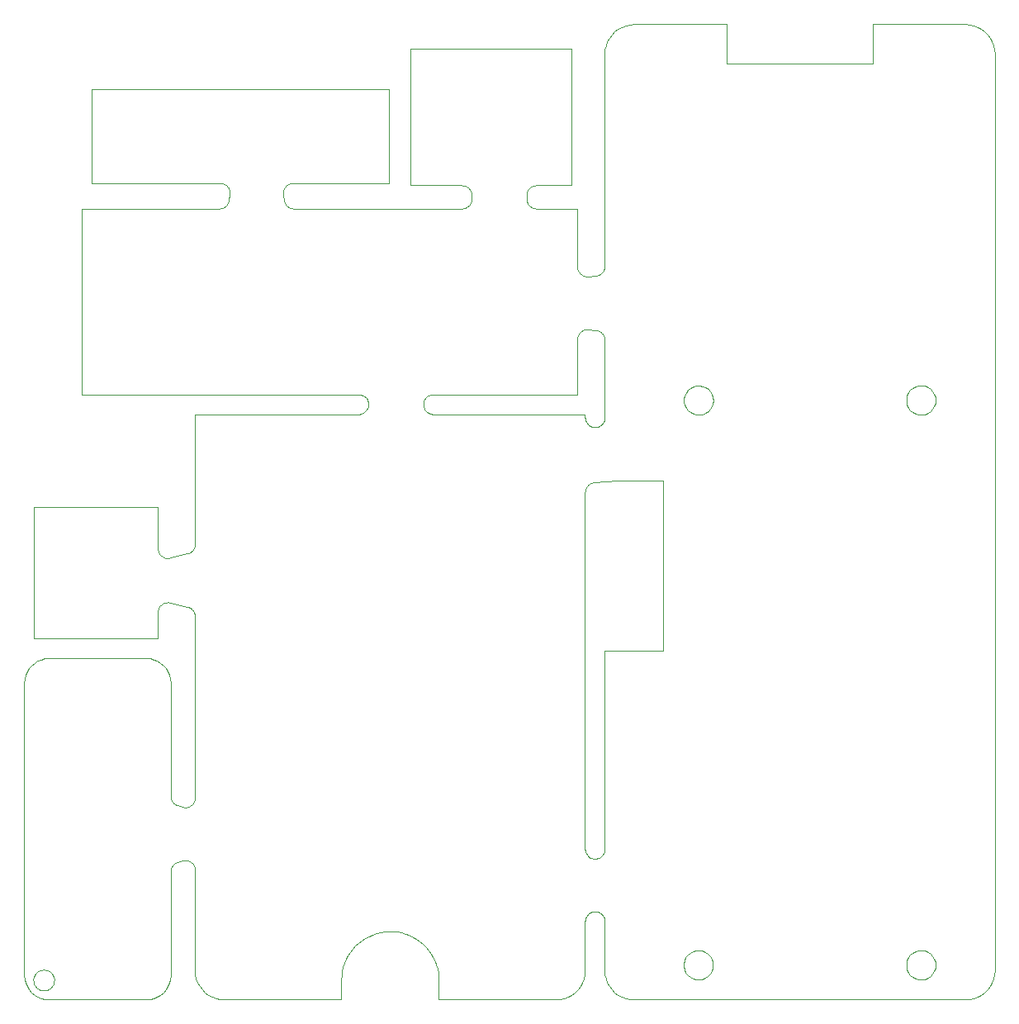
<source format=gko>
%MOIN*%
%OFA0B0*%
%FSLAX44Y44*%
%IPPOS*%
%LPD*%
%ADD10C,0*%
D10*
X00001204Y00000810D02*
X00001204Y00000810D01*
X00001199Y00000719D01*
X00001175Y00000632D01*
X00001133Y00000553D01*
X00001074Y00000484D01*
X00001002Y00000429D01*
X00000920Y00000391D01*
X00000832Y00000372D01*
X00000742Y00000372D01*
X00000654Y00000391D01*
X00000572Y00000429D01*
X00000500Y00000484D01*
X00000441Y00000553D01*
X00000399Y00000632D01*
X00000375Y00000719D01*
X00000370Y00000810D01*
X00000385Y00000899D01*
X00000418Y00000982D01*
X00000469Y00001057D01*
X00000534Y00001119D01*
X00000612Y00001166D01*
X00000697Y00001195D01*
X00000787Y00001204D01*
X00000877Y00001195D01*
X00000962Y00001166D01*
X00001040Y00001119D01*
X00001105Y00001057D01*
X00001156Y00000982D01*
X00001189Y00000899D01*
X00001204Y00000810D01*
X00027236Y00000807D02*
X00027236Y00000807D01*
X00027109Y00000814D01*
X00026986Y00000849D01*
X00026873Y00000908D01*
X00026775Y00000991D01*
X00026698Y00001093D01*
X00026645Y00001209D01*
X00026617Y00001333D01*
X00026617Y00001461D01*
X00026645Y00001586D01*
X00026698Y00001702D01*
X00026775Y00001803D01*
X00026873Y00001886D01*
X00026986Y00001946D01*
X00027109Y00001980D01*
X00027236Y00001987D01*
X00027362Y00001966D01*
X00027481Y00001919D01*
X00027587Y00001847D01*
X00027674Y00001755D01*
X00027740Y00001645D01*
X00027781Y00001524D01*
X00027795Y00001397D01*
X00027781Y00001270D01*
X00027740Y00001149D01*
X00027674Y00001040D01*
X00027587Y00000947D01*
X00027481Y00000875D01*
X00027362Y00000828D01*
X00027236Y00000807D01*
X00036226Y00000807D02*
X00036226Y00000807D01*
X00036099Y00000814D01*
X00035976Y00000849D01*
X00035863Y00000908D01*
X00035766Y00000991D01*
X00035688Y00001093D01*
X00035635Y00001209D01*
X00035607Y00001333D01*
X00035607Y00001461D01*
X00035635Y00001586D01*
X00035688Y00001702D01*
X00035766Y00001803D01*
X00035863Y00001886D01*
X00035976Y00001946D01*
X00036099Y00001980D01*
X00036226Y00001987D01*
X00036352Y00001966D01*
X00036471Y00001919D01*
X00036577Y00001847D01*
X00036665Y00001755D01*
X00036730Y00001645D01*
X00036771Y00001524D01*
X00036785Y00001397D01*
X00036771Y00001270D01*
X00036730Y00001149D01*
X00036665Y00001040D01*
X00036577Y00000947D01*
X00036471Y00000875D01*
X00036352Y00000828D01*
X00036226Y00000807D01*
X00027256Y00023603D02*
X00027256Y00023603D01*
X00027128Y00023610D01*
X00027005Y00023644D01*
X00026892Y00023704D01*
X00026795Y00023786D01*
X00026718Y00023888D01*
X00026664Y00024004D01*
X00026637Y00024129D01*
X00026637Y00024256D01*
X00026664Y00024381D01*
X00026718Y00024497D01*
X00026795Y00024599D01*
X00026892Y00024681D01*
X00027005Y00024741D01*
X00027128Y00024775D01*
X00027256Y00024782D01*
X00027382Y00024761D01*
X00027501Y00024714D01*
X00027606Y00024643D01*
X00027694Y00024550D01*
X00027760Y00024440D01*
X00027801Y00024319D01*
X00027814Y00024192D01*
X00027801Y00024065D01*
X00027760Y00023944D01*
X00027694Y00023835D01*
X00027606Y00023742D01*
X00027501Y00023671D01*
X00027382Y00023623D01*
X00027256Y00023603D01*
X00036226Y00023607D02*
X00036226Y00023607D01*
X00036099Y00023614D01*
X00035976Y00023649D01*
X00035863Y00023708D01*
X00035766Y00023791D01*
X00035688Y00023893D01*
X00035635Y00024009D01*
X00035607Y00024133D01*
X00035607Y00024261D01*
X00035635Y00024386D01*
X00035688Y00024502D01*
X00035766Y00024603D01*
X00035863Y00024686D01*
X00035976Y00024746D01*
X00036099Y00024780D01*
X00036226Y00024787D01*
X00036352Y00024766D01*
X00036471Y00024719D01*
X00036577Y00024647D01*
X00036665Y00024555D01*
X00036730Y00024445D01*
X00036771Y00024324D01*
X00036785Y00024197D01*
X00036771Y00024070D01*
X00036730Y00023949D01*
X00036665Y00023840D01*
X00036577Y00023747D01*
X00036471Y00023675D01*
X00036352Y00023628D01*
X00036226Y00023607D01*
X00006889Y00008152D02*
X00006889Y00008152D01*
X00006888Y00008115D01*
X00006882Y00008078D01*
X00006874Y00008042D01*
X00006861Y00008007D01*
X00006846Y00007973D01*
X00006828Y00007941D01*
X00006806Y00007911D01*
X00006782Y00007882D01*
X00006755Y00007856D01*
X00006726Y00007833D01*
X00006695Y00007813D01*
X00006662Y00007796D01*
X00006628Y00007781D01*
X00006592Y00007771D01*
X00006556Y00007763D01*
X00006519Y00007759D01*
X00006482Y00007759D01*
X00006445Y00007762D01*
X00006408Y00007768D01*
X00006372Y00007778D01*
X00006175Y00007843D01*
X00006152Y00007852D01*
X00006130Y00007862D01*
X00006108Y00007873D01*
X00006087Y00007886D01*
X00006066Y00007899D01*
X00006047Y00007915D01*
X00006028Y00007931D01*
X00006011Y00007948D01*
X00005995Y00007967D01*
X00005980Y00007986D01*
X00005966Y00008007D01*
X00005953Y00008028D01*
X00005942Y00008050D01*
X00005932Y00008073D01*
X00005924Y00008096D01*
X00005917Y00008120D01*
X00005912Y00008144D01*
X00005908Y00008168D01*
X00005906Y00008193D01*
X00005905Y00008217D01*
X00005905Y00012795D01*
X00005893Y00012949D01*
X00005857Y00013099D01*
X00005798Y00013242D01*
X00005717Y00013373D01*
X00005617Y00013491D01*
X00005499Y00013591D01*
X00005368Y00013672D01*
X00005225Y00013731D01*
X00005075Y00013767D01*
X00004921Y00013779D01*
X00000984Y00013779D01*
X00000830Y00013767D01*
X00000680Y00013731D01*
X00000537Y00013672D01*
X00000405Y00013591D01*
X00000288Y00013491D01*
X00000187Y00013373D01*
X00000107Y00013242D01*
X00000048Y00013099D01*
X00000012Y00012949D01*
X00000000Y00012795D01*
X00000000Y00000984D01*
X00000012Y00000830D01*
X00000048Y00000680D01*
X00000107Y00000537D01*
X00000187Y00000405D01*
X00000288Y00000288D01*
X00000405Y00000187D01*
X00000537Y00000107D01*
X00000680Y00000048D01*
X00000830Y00000012D01*
X00000984Y00000000D01*
X00004921Y00000000D01*
X00005075Y00000012D01*
X00005225Y00000048D01*
X00005368Y00000107D01*
X00005499Y00000187D01*
X00005617Y00000288D01*
X00005717Y00000405D01*
X00005798Y00000537D01*
X00005857Y00000680D01*
X00005893Y00000830D01*
X00005905Y00000984D01*
X00005905Y00005168D01*
X00005905Y00005168D01*
X00005906Y00005192D01*
X00005908Y00005217D01*
X00005912Y00005241D01*
X00005917Y00005265D01*
X00005924Y00005289D01*
X00005932Y00005312D01*
X00005942Y00005335D01*
X00005953Y00005357D01*
X00005966Y00005378D01*
X00005980Y00005398D01*
X00005995Y00005418D01*
X00006011Y00005436D01*
X00006028Y00005454D01*
X00006047Y00005470D01*
X00006066Y00005485D01*
X00006087Y00005499D01*
X00006108Y00005512D01*
X00006130Y00005523D01*
X00006152Y00005533D01*
X00006175Y00005542D01*
X00006372Y00005606D01*
X00006408Y00005616D01*
X00006445Y00005623D01*
X00006482Y00005626D01*
X00006519Y00005626D01*
X00006556Y00005622D01*
X00006592Y00005614D01*
X00006628Y00005603D01*
X00006662Y00005589D01*
X00006695Y00005572D01*
X00006726Y00005552D01*
X00006755Y00005528D01*
X00006782Y00005503D01*
X00006806Y00005474D01*
X00006828Y00005444D01*
X00006846Y00005412D01*
X00006861Y00005378D01*
X00006874Y00005343D01*
X00006882Y00005306D01*
X00006888Y00005270D01*
X00006889Y00005233D01*
X00006889Y00001181D01*
X00006901Y00001013D01*
X00006937Y00000848D01*
X00006996Y00000690D01*
X00007077Y00000542D01*
X00007178Y00000407D01*
X00007297Y00000288D01*
X00007432Y00000187D01*
X00007580Y00000106D01*
X00007738Y00000047D01*
X00007902Y00000012D01*
X00008070Y00000000D01*
X00012795Y00000000D01*
X00012795Y00000826D01*
X00012805Y00000993D01*
X00012830Y00001158D01*
X00012868Y00001321D01*
X00012920Y00001480D01*
X00012986Y00001634D01*
X00013064Y00001781D01*
X00013154Y00001922D01*
X00013256Y00002054D01*
X00013369Y00002177D01*
X00013492Y00002291D01*
X00013624Y00002393D01*
X00013765Y00002484D01*
X00013912Y00002562D01*
X00014066Y00002628D01*
X00014224Y00002681D01*
X00014387Y00002720D01*
X00014552Y00002744D01*
X00014719Y00002755D01*
X00014886Y00002752D01*
X00015052Y00002734D01*
X00015216Y00002703D01*
X00015377Y00002658D01*
X00015534Y00002599D01*
X00015685Y00002527D01*
X00015829Y00002442D01*
X00015965Y00002346D01*
X00016093Y00002239D01*
X00016212Y00002121D01*
X00016320Y00001993D01*
X00016416Y00001857D01*
X00016501Y00001713D01*
X00016573Y00001562D01*
X00016632Y00001406D01*
X00016678Y00001245D01*
X00016710Y00001081D01*
X00016728Y00000915D01*
X00016732Y00000748D01*
X00016732Y00000000D01*
X00021456Y00000000D01*
X00021624Y00000012D01*
X00021789Y00000047D01*
X00021947Y00000106D01*
X00022095Y00000187D01*
X00022230Y00000288D01*
X00022349Y00000407D01*
X00022450Y00000542D01*
X00022531Y00000690D01*
X00022589Y00000848D01*
X00022625Y00001013D01*
X00022637Y00001181D01*
X00022637Y00003162D01*
X00022642Y00003224D01*
X00022657Y00003284D01*
X00022680Y00003341D01*
X00022712Y00003393D01*
X00022753Y00003440D01*
X00022800Y00003480D01*
X00022852Y00003513D01*
X00022909Y00003536D01*
X00022969Y00003551D01*
X00023031Y00003556D01*
X00023093Y00003551D01*
X00023153Y00003536D01*
X00023210Y00003513D01*
X00023262Y00003480D01*
X00023309Y00003440D01*
X00023350Y00003393D01*
X00023382Y00003341D01*
X00023405Y00003284D01*
X00023420Y00003224D01*
X00023425Y00003162D01*
X00023425Y00003057D01*
X00023425Y00001181D01*
X00023437Y00001013D01*
X00023473Y00000848D01*
X00023531Y00000690D01*
X00023612Y00000542D01*
X00023713Y00000407D01*
X00023832Y00000288D01*
X00023967Y00000187D01*
X00024115Y00000106D01*
X00024273Y00000047D01*
X00024438Y00000012D01*
X00024606Y00000000D01*
X00037992Y00000000D01*
X00038160Y00000012D01*
X00038324Y00000047D01*
X00038482Y00000106D01*
X00038630Y00000187D01*
X00038765Y00000288D01*
X00038884Y00000407D01*
X00038985Y00000542D01*
X00039066Y00000690D01*
X00039125Y00000848D01*
X00039161Y00001013D01*
X00039173Y00001181D01*
X00039173Y00038188D01*
X00039161Y00038357D01*
X00039125Y00038521D01*
X00039066Y00038679D01*
X00038985Y00038827D01*
X00038884Y00038962D01*
X00038765Y00039081D01*
X00038630Y00039182D01*
X00038482Y00039263D01*
X00038324Y00039322D01*
X00038160Y00039358D01*
X00037992Y00039370D01*
X00034251Y00039370D01*
X00034251Y00037795D01*
X00028346Y00037795D01*
X00028346Y00039370D01*
X00024606Y00039370D01*
X00024438Y00039358D01*
X00024273Y00039322D01*
X00024115Y00039263D01*
X00023967Y00039182D01*
X00023832Y00039081D01*
X00023713Y00038962D01*
X00023612Y00038827D01*
X00023531Y00038679D01*
X00023473Y00038521D01*
X00023437Y00038357D01*
X00023425Y00038188D01*
X00023425Y00029612D01*
X00023424Y00029583D01*
X00023420Y00029554D01*
X00023415Y00029525D01*
X00023408Y00029497D01*
X00023398Y00029469D01*
X00023387Y00029443D01*
X00023373Y00029417D01*
X00023358Y00029392D01*
X00023341Y00029369D01*
X00023322Y00029347D01*
X00023302Y00029326D01*
X00023280Y00029307D01*
X00023257Y00029289D01*
X00023232Y00029273D01*
X00023207Y00029259D01*
X00023180Y00029247D01*
X00023153Y00029237D01*
X00023125Y00029229D01*
X00023096Y00029223D01*
X00023068Y00029220D01*
X00022755Y00029190D01*
X00022722Y00029189D01*
X00022689Y00029190D01*
X00022657Y00029193D01*
X00022625Y00029200D01*
X00022593Y00029209D01*
X00022563Y00029221D01*
X00022533Y00029235D01*
X00022505Y00029251D01*
X00022478Y00029270D01*
X00022453Y00029291D01*
X00022430Y00029314D01*
X00022408Y00029339D01*
X00022389Y00029366D01*
X00022372Y00029394D01*
X00022358Y00029423D01*
X00022346Y00029454D01*
X00022337Y00029485D01*
X00022330Y00029517D01*
X00022326Y00029550D01*
X00022324Y00029582D01*
X00022324Y00031929D01*
X00020669Y00031929D01*
X00020638Y00031930D01*
X00020608Y00031933D01*
X00020578Y00031939D01*
X00020548Y00031947D01*
X00020519Y00031958D01*
X00020492Y00031971D01*
X00020465Y00031985D01*
X00020439Y00032002D01*
X00020415Y00032021D01*
X00020393Y00032041D01*
X00020372Y00032064D01*
X00020353Y00032088D01*
X00020335Y00032113D01*
X00020320Y00032139D01*
X00020307Y00032167D01*
X00020296Y00032195D01*
X00020287Y00032225D01*
X00020281Y00032255D01*
X00020277Y00032285D01*
X00020275Y00032315D01*
X00020272Y00032465D01*
X00020273Y00032496D01*
X00020276Y00032527D01*
X00020282Y00032558D01*
X00020290Y00032588D01*
X00020300Y00032618D01*
X00020313Y00032646D01*
X00020328Y00032674D01*
X00020345Y00032700D01*
X00020364Y00032725D01*
X00020385Y00032748D01*
X00020408Y00032769D01*
X00020432Y00032789D01*
X00020458Y00032806D01*
X00020485Y00032822D01*
X00020514Y00032835D01*
X00020543Y00032846D01*
X00020573Y00032855D01*
X00020604Y00032861D01*
X00020635Y00032864D01*
X00020666Y00032866D01*
X00022098Y00032866D01*
X00022098Y00038366D01*
X00015598Y00038366D01*
X00015598Y00032866D01*
X00017662Y00032866D01*
X00017693Y00032864D01*
X00017724Y00032861D01*
X00017754Y00032855D01*
X00017785Y00032846D01*
X00017814Y00032835D01*
X00017842Y00032822D01*
X00017869Y00032806D01*
X00017895Y00032789D01*
X00017920Y00032769D01*
X00017942Y00032748D01*
X00017963Y00032725D01*
X00017983Y00032700D01*
X00018000Y00032674D01*
X00018015Y00032646D01*
X00018027Y00032618D01*
X00018038Y00032588D01*
X00018046Y00032558D01*
X00018051Y00032527D01*
X00018054Y00032496D01*
X00018055Y00032465D01*
X00018053Y00032315D01*
X00018051Y00032285D01*
X00018047Y00032255D01*
X00018040Y00032225D01*
X00018032Y00032195D01*
X00018021Y00032167D01*
X00018007Y00032139D01*
X00017992Y00032113D01*
X00017975Y00032088D01*
X00017956Y00032064D01*
X00017935Y00032041D01*
X00017912Y00032021D01*
X00017888Y00032002D01*
X00017863Y00031985D01*
X00017836Y00031971D01*
X00017808Y00031958D01*
X00017779Y00031947D01*
X00017750Y00031939D01*
X00017720Y00031933D01*
X00017689Y00031930D01*
X00017659Y00031929D01*
X00010877Y00031929D01*
X00010849Y00031930D01*
X00010821Y00031933D01*
X00010793Y00031938D01*
X00010766Y00031945D01*
X00010740Y00031953D01*
X00010714Y00031964D01*
X00010688Y00031977D01*
X00010664Y00031991D01*
X00010641Y00032007D01*
X00010619Y00032024D01*
X00010599Y00032044D01*
X00010580Y00032064D01*
X00010562Y00032086D01*
X00010546Y00032109D01*
X00010532Y00032133D01*
X00010519Y00032158D01*
X00010508Y00032184D01*
X00010499Y00032211D01*
X00010492Y00032238D01*
X00010487Y00032265D01*
X00010452Y00032509D01*
X00010448Y00032543D01*
X00010448Y00032577D01*
X00010450Y00032610D01*
X00010455Y00032644D01*
X00010463Y00032677D01*
X00010474Y00032709D01*
X00010488Y00032740D01*
X00010504Y00032769D01*
X00010522Y00032797D01*
X00010543Y00032824D01*
X00010566Y00032848D01*
X00010592Y00032871D01*
X00010619Y00032891D01*
X00010647Y00032909D01*
X00010677Y00032924D01*
X00010709Y00032937D01*
X00010741Y00032947D01*
X00010774Y00032954D01*
X00010807Y00032959D01*
X00010841Y00032960D01*
X00014723Y00032960D01*
X00014723Y00036760D01*
X00002723Y00036760D01*
X00002723Y00032960D01*
X00007903Y00032960D01*
X00007937Y00032959D01*
X00007970Y00032954D01*
X00008003Y00032947D01*
X00008035Y00032937D01*
X00008067Y00032924D01*
X00008097Y00032909D01*
X00008125Y00032891D01*
X00008152Y00032871D01*
X00008178Y00032848D01*
X00008201Y00032824D01*
X00008222Y00032797D01*
X00008240Y00032769D01*
X00008257Y00032740D01*
X00008270Y00032709D01*
X00008281Y00032677D01*
X00008289Y00032644D01*
X00008294Y00032610D01*
X00008297Y00032577D01*
X00008296Y00032543D01*
X00008292Y00032509D01*
X00008257Y00032265D01*
X00008252Y00032238D01*
X00008245Y00032211D01*
X00008236Y00032184D01*
X00008225Y00032158D01*
X00008212Y00032133D01*
X00008198Y00032109D01*
X00008182Y00032086D01*
X00008164Y00032064D01*
X00008145Y00032044D01*
X00008125Y00032024D01*
X00008103Y00032007D01*
X00008080Y00031991D01*
X00008056Y00031977D01*
X00008030Y00031964D01*
X00008005Y00031953D01*
X00007978Y00031945D01*
X00007951Y00031938D01*
X00007923Y00031933D01*
X00007895Y00031930D01*
X00007867Y00031929D01*
X00002324Y00031929D01*
X00002324Y00024429D01*
X00013495Y00024429D01*
X00013547Y00024425D01*
X00013598Y00024415D01*
X00013648Y00024398D01*
X00013694Y00024375D01*
X00013737Y00024345D01*
X00013776Y00024310D01*
X00013810Y00024271D01*
X00013839Y00024227D01*
X00013861Y00024180D01*
X00013877Y00024130D01*
X00013886Y00024079D01*
X00013889Y00024027D01*
X00013884Y00023975D01*
X00013873Y00023924D01*
X00013855Y00023875D01*
X00013830Y00023829D01*
X00013800Y00023786D01*
X00013765Y00023748D01*
X00013724Y00023715D01*
X00013680Y00023687D01*
X00013643Y00023668D01*
X00013634Y00023663D01*
X00013626Y00023659D01*
X00013617Y00023655D01*
X00013608Y00023651D01*
X00013599Y00023648D01*
X00013590Y00023644D01*
X00013581Y00023641D01*
X00013572Y00023638D01*
X00013563Y00023636D01*
X00013553Y00023633D01*
X00013544Y00023631D01*
X00013535Y00023629D01*
X00013525Y00023627D01*
X00013516Y00023626D01*
X00013506Y00023624D01*
X00013496Y00023623D01*
X00013487Y00023623D01*
X00013477Y00023622D01*
X00013468Y00023622D01*
X00013458Y00023622D01*
X00006889Y00023622D01*
X00006889Y00018389D01*
X00006888Y00018362D01*
X00006886Y00018336D01*
X00006881Y00018310D01*
X00006875Y00018285D01*
X00006868Y00018260D01*
X00006858Y00018235D01*
X00006847Y00018211D01*
X00006835Y00018188D01*
X00006820Y00018166D01*
X00006805Y00018145D01*
X00006788Y00018125D01*
X00006770Y00018106D01*
X00006750Y00018088D01*
X00006730Y00018072D01*
X00006708Y00018057D01*
X00006686Y00018044D01*
X00006662Y00018032D01*
X00006638Y00018022D01*
X00006613Y00018013D01*
X00006588Y00018006D01*
X00005879Y00017834D01*
X00005845Y00017828D01*
X00005809Y00017824D01*
X00005774Y00017824D01*
X00005738Y00017826D01*
X00005703Y00017832D01*
X00005669Y00017842D01*
X00005635Y00017854D01*
X00005603Y00017869D01*
X00005572Y00017887D01*
X00005543Y00017908D01*
X00005516Y00017931D01*
X00005492Y00017956D01*
X00005469Y00017984D01*
X00005450Y00018014D01*
X00005433Y00018045D01*
X00005419Y00018078D01*
X00005408Y00018112D01*
X00005400Y00018146D01*
X00005395Y00018182D01*
X00005393Y00018217D01*
X00005393Y00019881D01*
X00000393Y00019881D01*
X00000393Y00014566D01*
X00005393Y00014566D01*
X00005393Y00015640D01*
X00005395Y00015676D01*
X00005400Y00015711D01*
X00005408Y00015746D01*
X00005419Y00015779D01*
X00005433Y00015812D01*
X00005450Y00015843D01*
X00005469Y00015873D01*
X00005492Y00015901D01*
X00005516Y00015926D01*
X00005543Y00015950D01*
X00005572Y00015970D01*
X00005603Y00015988D01*
X00005635Y00016004D01*
X00005669Y00016016D01*
X00005703Y00016025D01*
X00005738Y00016031D01*
X00005774Y00016034D01*
X00005809Y00016033D01*
X00005845Y00016030D01*
X00005879Y00016023D01*
X00006588Y00015851D01*
X00006613Y00015844D01*
X00006638Y00015836D01*
X00006662Y00015825D01*
X00006686Y00015813D01*
X00006708Y00015800D01*
X00006730Y00015785D01*
X00006750Y00015769D01*
X00006770Y00015751D01*
X00006788Y00015732D01*
X00006805Y00015712D01*
X00006820Y00015691D01*
X00006835Y00015669D01*
X00006847Y00015646D01*
X00006858Y00015622D01*
X00006868Y00015598D01*
X00006875Y00015573D01*
X00006881Y00015547D01*
X00006886Y00015521D01*
X00006888Y00015495D01*
X00006889Y00015469D01*
X00006889Y00008152D01*
X00022637Y00020484D02*
X00022637Y00020484D01*
X00022638Y00020514D01*
X00022642Y00020543D01*
X00022647Y00020572D01*
X00022655Y00020601D01*
X00022665Y00020628D01*
X00022676Y00020655D01*
X00022690Y00020682D01*
X00022706Y00020707D01*
X00022724Y00020730D01*
X00022743Y00020753D01*
X00022764Y00020773D01*
X00022786Y00020793D01*
X00022810Y00020810D01*
X00022835Y00020826D01*
X00022861Y00020839D01*
X00022888Y00020851D01*
X00022916Y00020861D01*
X00022945Y00020868D01*
X00022974Y00020874D01*
X00023003Y00020877D01*
X00023931Y00020943D01*
X00023932Y00020943D01*
X00023933Y00020944D01*
X00023935Y00020944D01*
X00023936Y00020944D01*
X00023938Y00020944D01*
X00023939Y00020944D01*
X00023941Y00020944D01*
X00023942Y00020944D01*
X00023943Y00020944D01*
X00023945Y00020944D01*
X00023946Y00020944D01*
X00023948Y00020944D01*
X00023949Y00020944D01*
X00023950Y00020944D01*
X00023952Y00020944D01*
X00023953Y00020944D01*
X00023955Y00020944D01*
X00023956Y00020944D01*
X00023957Y00020944D01*
X00023959Y00020944D01*
X00025787Y00020944D01*
X00025787Y00014094D01*
X00023425Y00014094D01*
X00023425Y00006183D01*
X00023425Y00006078D01*
X00023420Y00006017D01*
X00023405Y00005957D01*
X00023382Y00005900D01*
X00023350Y00005847D01*
X00023309Y00005800D01*
X00023262Y00005760D01*
X00023210Y00005727D01*
X00023153Y00005704D01*
X00023093Y00005689D01*
X00023031Y00005685D01*
X00022969Y00005689D01*
X00022909Y00005704D01*
X00022852Y00005727D01*
X00022800Y00005760D01*
X00022753Y00005800D01*
X00022712Y00005847D01*
X00022680Y00005900D01*
X00022657Y00005957D01*
X00022642Y00006017D01*
X00022637Y00006078D01*
X00022637Y00020484D01*
X00023425Y00023507D02*
X00023425Y00023507D01*
X00023420Y00023445D01*
X00023405Y00023385D01*
X00023382Y00023328D01*
X00023350Y00023275D01*
X00023309Y00023228D01*
X00023262Y00023188D01*
X00023210Y00023156D01*
X00023153Y00023132D01*
X00023093Y00023118D01*
X00023031Y00023113D01*
X00022969Y00023118D01*
X00022909Y00023132D01*
X00022852Y00023156D01*
X00022800Y00023188D01*
X00022753Y00023228D01*
X00022712Y00023275D01*
X00022680Y00023328D01*
X00022657Y00023385D01*
X00022642Y00023445D01*
X00022637Y00023507D01*
X00022637Y00023609D01*
X00022637Y00023622D01*
X00016536Y00023622D01*
X00016526Y00023622D01*
X00016517Y00023622D01*
X00016507Y00023623D01*
X00016498Y00023623D01*
X00016488Y00023624D01*
X00016479Y00023626D01*
X00016469Y00023627D01*
X00016460Y00023629D01*
X00016450Y00023631D01*
X00016441Y00023633D01*
X00016431Y00023636D01*
X00016422Y00023638D01*
X00016413Y00023641D01*
X00016404Y00023644D01*
X00016395Y00023648D01*
X00016386Y00023651D01*
X00016377Y00023655D01*
X00016368Y00023659D01*
X00016360Y00023663D01*
X00016351Y00023668D01*
X00016314Y00023687D01*
X00016270Y00023715D01*
X00016229Y00023748D01*
X00016194Y00023786D01*
X00016164Y00023829D01*
X00016139Y00023875D01*
X00016121Y00023924D01*
X00016110Y00023975D01*
X00016105Y00024027D01*
X00016108Y00024079D01*
X00016117Y00024130D01*
X00016133Y00024180D01*
X00016155Y00024227D01*
X00016184Y00024271D01*
X00016218Y00024310D01*
X00016257Y00024345D01*
X00016300Y00024375D01*
X00016346Y00024398D01*
X00016396Y00024415D01*
X00016447Y00024425D01*
X00016499Y00024429D01*
X00022324Y00024429D01*
X00022324Y00026662D01*
X00022326Y00026694D01*
X00022330Y00026727D01*
X00022337Y00026759D01*
X00022346Y00026790D01*
X00022358Y00026821D01*
X00022372Y00026850D01*
X00022389Y00026878D01*
X00022408Y00026905D01*
X00022430Y00026930D01*
X00022453Y00026953D01*
X00022478Y00026974D01*
X00022505Y00026993D01*
X00022533Y00027009D01*
X00022563Y00027023D01*
X00022593Y00027035D01*
X00022625Y00027044D01*
X00022657Y00027051D01*
X00022689Y00027054D01*
X00022722Y00027055D01*
X00022755Y00027054D01*
X00023068Y00027024D01*
X00023096Y00027021D01*
X00023125Y00027015D01*
X00023153Y00027007D01*
X00023180Y00026997D01*
X00023207Y00026985D01*
X00023232Y00026971D01*
X00023257Y00026955D01*
X00023280Y00026938D01*
X00023302Y00026918D01*
X00023322Y00026898D01*
X00023341Y00026875D01*
X00023358Y00026852D01*
X00023373Y00026827D01*
X00023387Y00026801D01*
X00023398Y00026775D01*
X00023408Y00026747D01*
X00023415Y00026719D01*
X00023420Y00026690D01*
X00023424Y00026662D01*
X00023425Y00026632D01*
X00023425Y00023507D01*
M02*
</source>
